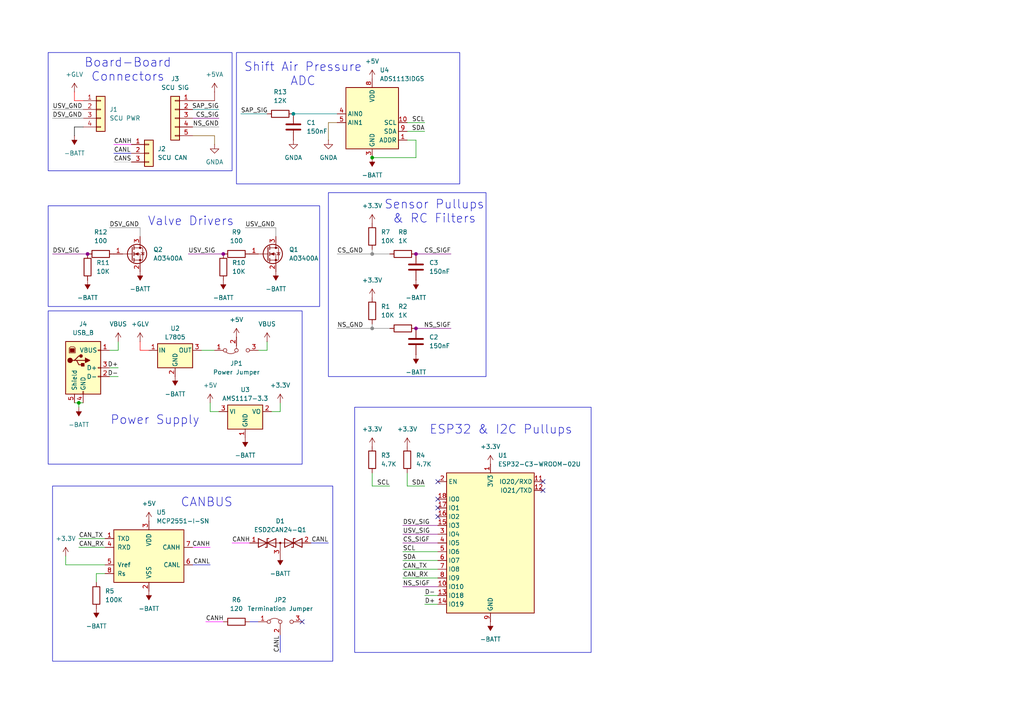
<source format=kicad_sch>
(kicad_sch (version 20231120) (generator "eeschema") (generator_version "8.0")
  (paper "A4")
  (title_block (title "Shift Control Unit") (date "2024-11-20") (rev "A") (company "Gryphon Racing"))
  (lib_symbols
    (symbol "Analog_ADC:ADS1113IDGS"
      (property "Reference" "U" (at 2.54 13.97 0))
      (property "Value" "ADS1113IDGS" (at 7.62 11.43 0))
      (symbol "ADS1113IDGS_0_1"
        (rectangle (start -7.62 10.16) (end 7.62 -7.62) (stroke (width 0.254)) (fill (type background)))
      )
      (symbol "ADS1113IDGS_1_1"
        (pin input line (at 10.16 -5.08 180) (length 2.54) (name "ADDR") (number "1"))
        (pin input line (at 10.16 0 180) (length 2.54) (name "SCL") (number "10"))
        (pin no_connect line (at 7.62 7.62 180) (length 2.54) hide (name "~") (number "2"))
        (pin power_in line (at 0 -10.16 90) (length 2.54) (name "GND") (number "3"))
        (pin input line (at -10.16 2.54 0) (length 2.54) (name "AIN0") (number "4"))
        (pin input line (at -10.16 0 0) (length 2.54) (name "AIN1") (number "5"))
        (pin no_connect line (at 7.62 5.08 180) (length 2.54) hide (name "~") (number "6"))
        (pin no_connect line (at 7.62 2.54 180) (length 2.54) hide (name "~") (number "7"))
        (pin power_in line (at 0 12.7 270) (length 2.54) (name "VDD") (number "8"))
        (pin bidirectional line (at 10.16 -2.54 180) (length 2.54) (name "SDA") (number "9"))
      )
    )
    (symbol "Connector:USB_B" (pin_names (offset 1.016))
      (property "Reference" "J" (at -5.08 11.43 0))
      (property "Value" "USB_B" (at -5.08 8.89 0))
      (symbol "USB_B_0_1"
        (rectangle (start -5.08 -7.62) (end 5.08 7.62) (stroke (width 0.254)) (fill (type background)))
        (circle (center -3.81 2.159) (radius 0.635) (stroke (width 0.254)) (fill (type outline)))
        (rectangle (start -3.81 5.588) (end -2.54 4.572) (fill (type outline)))
        (circle (center -0.635 3.429) (radius 0.381) (stroke (width 0.254)) (fill (type outline)))
        (rectangle (start -0.127 -7.62) (end 0.127 -6.858))
        (polyline (pts (xy -1.905 2.159) (xy 0.635 2.159)) (stroke (width 0.254)))
        (polyline (pts (xy -3.175 2.159) (xy -2.54 2.159) (xy -1.27 3.429) (xy -0.635 3.429)) (stroke (width 0.254)))
        (polyline (pts (xy -2.54 2.159) (xy -1.905 2.159) (xy -1.27 0.889) (xy 0 0.889)) (stroke (width 0.254)))
        (polyline (pts (xy 0.635 2.794) (xy 0.635 1.524) (xy 1.905 2.159) (xy 0.635 2.794)) (stroke (width 0.254)) (fill (type outline)))
        (polyline (pts (xy -4.064 4.318) (xy -2.286 4.318) (xy -2.286 5.715) (xy -2.667 6.096) (xy -3.683 6.096) (xy -4.064 5.715) (xy -4.064 4.318)))
        (rectangle (start 0.254 1.27) (end -0.508 0.508) (stroke (width 0.254)) (fill (type outline)))
        (rectangle (start 5.08 -2.667) (end 4.318 -2.413))
        (rectangle (start 5.08 -0.127) (end 4.318 0.127))
        (rectangle (start 5.08 4.953) (end 4.318 5.207))
      )
      (symbol "USB_B_1_1"
        (pin power_out line (at 7.62 5.08 180) (length 2.54) (name "VBUS") (number "1"))
        (pin bidirectional line (at 7.62 -2.54 180) (length 2.54) (name "D-") (number "2"))
        (pin bidirectional line (at 7.62 0 180) (length 2.54) (name "D+") (number "3"))
        (pin power_out line (at 0 -10.16 90) (length 2.54) (name "GND") (number "4"))
        (pin passive line (at -2.54 -10.16 90) (length 2.54) (name "Shield") (number "5"))
      )
    )
    (symbol "Connector_Generic:Conn_01x03" (pin_names (offset 1.016) hide)
      (property "Reference" "J" (at 0 5.08 0))
      (property "Value" "Conn_01x03" (at 0 -5.08 0))
      (symbol "Conn_01x03_1_1"
        (rectangle (start -1.27 -2.413) (end 0 -2.667) (stroke (width 0.1524)))
        (rectangle (start -1.27 0.127) (end 0 -0.127) (stroke (width 0.1524)))
        (rectangle (start -1.27 2.667) (end 0 2.413) (stroke (width 0.1524)))
        (rectangle (start -1.27 3.81) (end 1.27 -3.81) (stroke (width 0.254)) (fill (type background)))
        (pin passive line (at -5.08 2.54 0) (length 3.81) (name "Pin_1") (number "1"))
        (pin passive line (at -5.08 0 0) (length 3.81) (name "Pin_2") (number "2"))
        (pin passive line (at -5.08 -2.54 0) (length 3.81) (name "Pin_3") (number "3"))
      )
    )
    (symbol "Connector_Generic:Conn_01x04" (pin_names (offset 1.016) hide)
      (property "Reference" "J" (at 0 5.08 0))
      (property "Value" "Conn_01x04" (at 0 -7.62 0))
      (symbol "Conn_01x04_1_1"
        (rectangle (start -1.27 -4.953) (end 0 -5.207) (stroke (width 0.1524)))
        (rectangle (start -1.27 -2.413) (end 0 -2.667) (stroke (width 0.1524)))
        (rectangle (start -1.27 0.127) (end 0 -0.127) (stroke (width 0.1524)))
        (rectangle (start -1.27 2.667) (end 0 2.413) (stroke (width 0.1524)))
        (rectangle (start -1.27 3.81) (end 1.27 -6.35) (stroke (width 0.254)) (fill (type background)))
        (pin passive line (at -5.08 2.54 0) (length 3.81) (name "Pin_1") (number "1"))
        (pin passive line (at -5.08 0 0) (length 3.81) (name "Pin_2") (number "2"))
        (pin passive line (at -5.08 -2.54 0) (length 3.81) (name "Pin_3") (number "3"))
        (pin passive line (at -5.08 -5.08 0) (length 3.81) (name "Pin_4") (number "4"))
      )
    )
    (symbol "Connector_Generic:Conn_01x05" (pin_names (offset 1.016) hide)
      (property "Reference" "J" (at 0 7.62 0))
      (property "Value" "Conn_01x05" (at 0 -7.62 0))
      (symbol "Conn_01x05_1_1"
        (rectangle (start -1.27 -4.953) (end 0 -5.207) (stroke (width 0.1524)))
        (rectangle (start -1.27 -2.413) (end 0 -2.667) (stroke (width 0.1524)))
        (rectangle (start -1.27 0.127) (end 0 -0.127) (stroke (width 0.1524)))
        (rectangle (start -1.27 2.667) (end 0 2.413) (stroke (width 0.1524)))
        (rectangle (start -1.27 5.207) (end 0 4.953) (stroke (width 0.1524)))
        (rectangle (start -1.27 6.35) (end 1.27 -6.35) (stroke (width 0.254)) (fill (type background)))
        (pin passive line (at -5.08 5.08 0) (length 3.81) (name "Pin_1") (number "1"))
        (pin passive line (at -5.08 2.54 0) (length 3.81) (name "Pin_2") (number "2"))
        (pin passive line (at -5.08 0 0) (length 3.81) (name "Pin_3") (number "3"))
        (pin passive line (at -5.08 -2.54 0) (length 3.81) (name "Pin_4") (number "4"))
        (pin passive line (at -5.08 -5.08 0) (length 3.81) (name "Pin_5") (number "5"))
      )
    )
    (symbol "Device:C" (pin_numbers hide) (pin_names (offset 0.254))
      (property "Reference" "C" (at 0.635 2.54 0))
      (property "Value" "C" (at 0.635 -2.54 0))
      (symbol "C_0_1"
        (polyline (pts (xy -2.032 -0.762) (xy 2.032 -0.762)) (stroke (width 0.508)))
        (polyline (pts (xy -2.032 0.762) (xy 2.032 0.762)) (stroke (width 0.508)))
      )
      (symbol "C_1_1"
        (pin passive line (at 0 3.81 270) (length 2.794) (name "~") (number "1"))
        (pin passive line (at 0 -3.81 90) (length 2.794) (name "~") (number "2"))
      )
    )
    (symbol "Device:D_TVS_Dual_AAC" (pin_names (offset 1.016) hide)
      (property "Reference" "D" (at 0 4.445 0))
      (property "Value" "D_TVS_Dual_AAC" (at 0 2.54 0))
      (symbol "D_TVS_Dual_AAC_0_0"
        (polyline (pts (xy 0 -1.27) (xy 0 0)))
      )
      (symbol "D_TVS_Dual_AAC_0_1"
        (polyline (pts (xy -6.35 0) (xy 6.35 0)))
        (polyline (pts (xy -3.302 1.27) (xy -3.81 1.27) (xy -3.81 -1.27) (xy -4.318 -1.27)) (stroke (width 0.254)))
        (polyline (pts (xy 4.318 1.27) (xy 3.81 1.27) (xy 3.81 -1.27) (xy 3.302 -1.27)) (stroke (width 0.254)))
        (polyline (pts (xy -6.35 1.27) (xy -1.27 -1.27) (xy -1.27 1.27) (xy -6.35 -1.27) (xy -6.35 1.27)) (stroke (width 0.254)))
        (polyline (pts (xy 6.35 1.27) (xy 1.27 -1.27) (xy 1.27 1.27) (xy 6.35 -1.27) (xy 6.35 1.27)) (stroke (width 0.254)))
        (circle (center 0 0) (radius 0.254) (fill (type outline)))
      )
      (symbol "D_TVS_Dual_AAC_1_1"
        (pin passive line (at -8.89 0 0) (length 2.54) (name "A1") (number "1"))
        (pin passive line (at 8.89 0 180) (length 2.54) (name "A2") (number "2"))
        (pin passive line (at 0 -3.81 90) (length 2.54) (name "common") (number "3"))
      )
    )
    (symbol "Device:R" (pin_numbers hide) (pin_names (offset 0))
      (property "Reference" "R" (at 2.032 0 90))
      (property "Value" "R" (at 0 0 90))
      (symbol "R_0_1"
        (rectangle (start -1.016 -2.54) (end 1.016 2.54) (stroke (width 0.254)))
      )
      (symbol "R_1_1"
        (pin passive line (at 0 3.81 270) (length 1.27) (name "~") (number "1"))
        (pin passive line (at 0 -3.81 90) (length 1.27) (name "~") (number "2"))
      )
    )
    (symbol "Interface_CAN_LIN:MCP2551-I-SN" (pin_names (offset 1.016))
      (property "Reference" "U" (at -10.16 8.89 0))
      (property "Value" "MCP2551-I-SN" (at 2.54 8.89 0))
      (symbol "MCP2551-I-SN_0_1"
        (rectangle (start -10.16 7.62) (end 10.16 -7.62) (stroke (width 0.254)) (fill (type background)))
      )
      (symbol "MCP2551-I-SN_1_1"
        (pin input line (at -12.7 5.08 0) (length 2.54) (name "TXD") (number "1"))
        (pin power_in line (at 0 -10.16 90) (length 2.54) (name "VSS") (number "2"))
        (pin power_in line (at 0 10.16 270) (length 2.54) (name "VDD") (number "3"))
        (pin output line (at -12.7 2.54 0) (length 2.54) (name "RXD") (number "4"))
        (pin power_out line (at -12.7 -2.54 0) (length 2.54) (name "Vref") (number "5"))
        (pin bidirectional line (at 12.7 -2.54 180) (length 2.54) (name "CANL") (number "6"))
        (pin bidirectional line (at 12.7 2.54 180) (length 2.54) (name "CANH") (number "7"))
        (pin input line (at -12.7 -5.08 0) (length 2.54) (name "Rs") (number "8"))
      )
    )
    (symbol "Jumper:Jumper_3_Bridged12" (pin_names (offset 0) hide) (exclude_from_sim yes) (in_bom no)
      (property "Reference" "JP" (at -2.54 -2.54 0))
      (property "Value" "Jumper_3_Bridged12" (at 0 2.794 0))
      (symbol "Jumper_3_Bridged12_0_0"
        (circle (center -3.302 0) (radius 0.508))
        (circle (center 0 0) (radius 0.508))
        (circle (center 3.302 0) (radius 0.508))
      )
      (symbol "Jumper_3_Bridged12_0_1"
        (arc (start -0.254 0.508) (mid -1.651 0.9912) (end -3.048 0.508))
        (polyline (pts (xy 0 -1.27) (xy 0 -0.508)))
      )
      (symbol "Jumper_3_Bridged12_1_1"
        (pin passive line (at -6.35 0 0) (length 2.54) (name "A") (number "1"))
        (pin passive line (at 0 -3.81 90) (length 2.54) (name "C") (number "2"))
        (pin passive line (at 6.35 0 180) (length 2.54) (name "B") (number "3"))
      )
    )
    (symbol "RF_Module:ESP32-C3-WROOM-02U"
      (property "Reference" "U" (at -12.192 21.336 0))
      (property "Value" "ESP32-C3-WROOM-02U" (at 12.7 21.336 0))
      (symbol "ESP32-C3-WROOM-02U_1_1"
        (rectangle (start -12.7 20.32) (end 12.7 -20.32) (stroke (width 0.254)) (fill (type background)))
        (pin power_in line (at 0 22.86 270) (length 2.54) (name "3V3") (number "1"))
        (pin bidirectional line (at -15.24 -12.7 0) (length 2.54) (name "IO10") (number "10"))
        (pin bidirectional line (at 15.24 17.78 180) (length 2.54) (name "IO20/RXD") (number "11"))
        (pin bidirectional line (at 15.24 15.24 180) (length 2.54) (name "IO21/TXD") (number "12"))
        (pin bidirectional line (at -15.24 -15.24 0) (length 2.54) (name "IO18") (number "13"))
        (pin bidirectional line (at -15.24 -17.78 0) (length 2.54) (name "IO19") (number "14"))
        (pin bidirectional line (at -15.24 5.08 0) (length 2.54) (name "IO3") (number "15"))
        (pin bidirectional line (at -15.24 7.62 0) (length 2.54) (name "IO2") (number "16"))
        (pin bidirectional line (at -15.24 10.16 0) (length 2.54) (name "IO1") (number "17"))
        (pin bidirectional line (at -15.24 12.7 0) (length 2.54) (name "IO0") (number "18"))
        (pin passive line (at 0 -22.86 90) (length 2.54) hide (name "GND") (number "19"))
        (pin input line (at -15.24 17.78 0) (length 2.54) (name "EN") (number "2"))
        (pin bidirectional line (at -15.24 2.54 0) (length 2.54) (name "IO4") (number "3"))
        (pin bidirectional line (at -15.24 0 0) (length 2.54) (name "IO5") (number "4"))
        (pin bidirectional line (at -15.24 -2.54 0) (length 2.54) (name "IO6") (number "5"))
        (pin bidirectional line (at -15.24 -5.08 0) (length 2.54) (name "IO7") (number "6"))
        (pin bidirectional line (at -15.24 -7.62 0) (length 2.54) (name "IO8") (number "7"))
        (pin bidirectional line (at -15.24 -10.16 0) (length 2.54) (name "IO9") (number "8"))
        (pin power_in line (at 0 -22.86 90) (length 2.54) (name "GND") (number "9"))
      )
    )
    (symbol "Regulator_Linear:AMS1117-3.3"
      (property "Reference" "U" (at -3.81 3.175 0))
      (property "Value" "AMS1117-3.3" (at 0 3.175 0))
      (symbol "AMS1117-3.3_0_1"
        (rectangle (start -5.08 -5.08) (end 5.08 1.905) (stroke (width 0.254)) (fill (type background)))
      )
      (symbol "AMS1117-3.3_1_1"
        (pin power_in line (at 0 -7.62 90) (length 2.54) (name "GND") (number "1"))
        (pin power_out line (at 7.62 0 180) (length 2.54) (name "VO") (number "2"))
        (pin power_in line (at -7.62 0 0) (length 2.54) (name "VI") (number "3"))
      )
    )
    (symbol "Regulator_Linear:L7805" (pin_names (offset 0.254))
      (property "Reference" "U" (at -3.81 3.175 0))
      (property "Value" "L7805" (at 0 3.175 0))
      (symbol "L7805_0_1"
        (rectangle (start -5.08 1.905) (end 5.08 -5.08) (stroke (width 0.254)) (fill (type background)))
      )
      (symbol "L7805_1_1"
        (pin power_in line (at -7.62 0 0) (length 2.54) (name "IN") (number "1"))
        (pin power_in line (at 0 -7.62 90) (length 2.54) (name "GND") (number "2"))
        (pin power_out line (at 7.62 0 180) (length 2.54) (name "OUT") (number "3"))
      )
    )
    (symbol "Transistor_FET:AO3400A" (pin_names hide)
      (property "Reference" "Q" (at 5.08 1.905 0))
      (property "Value" "AO3400A" (at 5.08 0 0))
      (symbol "AO3400A_0_1"
        (polyline (pts (xy 0.254 0) (xy -2.54 0)))
        (polyline (pts (xy 0.254 1.905) (xy 0.254 -1.905)) (stroke (width 0.254)))
        (polyline (pts (xy 0.762 -1.27) (xy 0.762 -2.286)) (stroke (width 0.254)))
        (polyline (pts (xy 0.762 0.508) (xy 0.762 -0.508)) (stroke (width 0.254)))
        (polyline (pts (xy 0.762 2.286) (xy 0.762 1.27)) (stroke (width 0.254)))
        (polyline (pts (xy 2.54 2.54) (xy 2.54 1.778)))
        (polyline (pts (xy 2.54 -2.54) (xy 2.54 0) (xy 0.762 0)))
        (polyline (pts (xy 0.762 -1.778) (xy 3.302 -1.778) (xy 3.302 1.778) (xy 0.762 1.778)))
        (polyline (pts (xy 1.016 0) (xy 2.032 0.381) (xy 2.032 -0.381) (xy 1.016 0)) (fill (type outline)))
        (polyline (pts (xy 2.794 0.508) (xy 2.921 0.381) (xy 3.683 0.381) (xy 3.81 0.254)))
        (polyline (pts (xy 3.302 0.381) (xy 2.921 -0.254) (xy 3.683 -0.254) (xy 3.302 0.381)))
        (circle (center 1.651 0) (radius 2.794) (stroke (width 0.254)))
        (circle (center 2.54 -1.778) (radius 0.254) (fill (type outline)))
        (circle (center 2.54 1.778) (radius 0.254) (fill (type outline)))
      )
      (symbol "AO3400A_1_1"
        (pin input line (at -5.08 0 0) (length 2.54) (name "G") (number "1"))
        (pin passive line (at 2.54 -5.08 90) (length 2.54) (name "S") (number "2"))
        (pin passive line (at 2.54 5.08 270) (length 2.54) (name "D") (number "3"))
      )
    )
    (symbol "power:+3.3V" (power) (pin_numbers hide) (pin_names (offset 0) hide)
      (property "Value" "+3.3V" (at 0 3.556 0))
      (symbol "+3.3V_0_1"
        (polyline (pts (xy -0.762 1.27) (xy 0 2.54)))
        (polyline (pts (xy 0 0) (xy 0 2.54)))
        (polyline (pts (xy 0 2.54) (xy 0.762 1.27)))
      )
      (symbol "+3.3V_1_1"
        (pin power_in line (at 0 0 90) (length 0) (name "~") (number "1"))
      )
    )
    (symbol "power:+5V" (power) (pin_numbers hide) (pin_names (offset 0) hide)
      (property "Value" "+5V" (at 0 3.556 0))
      (symbol "+5V_0_1"
        (polyline (pts (xy -0.762 1.27) (xy 0 2.54)))
        (polyline (pts (xy 0 0) (xy 0 2.54)))
        (polyline (pts (xy 0 2.54) (xy 0.762 1.27)))
      )
      (symbol "+5V_1_1"
        (pin power_in line (at 0 0 90) (length 0) (name "~") (number "1"))
      )
    )
    (symbol "power:+5VA" (power) (pin_numbers hide) (pin_names (offset 0) hide)
      (property "Value" "+5VA" (at 0 3.556 0))
      (symbol "+5VA_0_1"
        (polyline (pts (xy -0.762 1.27) (xy 0 2.54)))
        (polyline (pts (xy 0 0) (xy 0 2.54)))
        (polyline (pts (xy 0 2.54) (xy 0.762 1.27)))
      )
      (symbol "+5VA_1_1"
        (pin power_in line (at 0 0 90) (length 0) (name "~") (number "1"))
      )
    )
    (symbol "power:+VSW" (power) (pin_numbers hide) (pin_names (offset 0) hide)
      (property "Value" "+VSW" (at 0 3.556 0))
      (symbol "+VSW_0_1"
        (polyline (pts (xy -0.762 1.27) (xy 0 2.54)))
        (polyline (pts (xy 0 0) (xy 0 2.54)))
        (polyline (pts (xy 0 2.54) (xy 0.762 1.27)))
      )
      (symbol "+VSW_1_1"
        (pin power_in line (at 0 0 90) (length 0) (name "~") (number "1"))
      )
    )
    (symbol "power:-BATT" (power) (pin_numbers hide) (pin_names (offset 0) hide)
      (property "Value" "-BATT" (at 0 3.556 0))
      (symbol "-BATT_0_1"
        (polyline (pts (xy 0 0) (xy 0 2.54)))
        (polyline (pts (xy 0.762 1.27) (xy -0.762 1.27) (xy 0 2.54) (xy 0.762 1.27)) (fill (type outline)))
      )
      (symbol "-BATT_1_1"
        (pin power_in line (at 0 0 90) (length 0) (name "~") (number "1"))
      )
    )
    (symbol "power:GNDA" (power) (pin_numbers hide) (pin_names (offset 0) hide)
      (property "Value" "GNDA" (at 0 -3.81 0))
      (symbol "GNDA_0_1"
        (polyline (pts (xy 0 0) (xy 0 -1.27) (xy 1.27 -1.27) (xy 0 -2.54) (xy -1.27 -1.27) (xy 0 -1.27)))
      )
      (symbol "GNDA_1_1"
        (pin power_in line (at 0 0 270) (length 0) (name "~") (number "1"))
      )
    )
    (symbol "power:VBUS" (power) (pin_numbers hide) (pin_names (offset 0) hide)
      (property "Value" "VBUS" (at 0 3.556 0))
      (symbol "VBUS_0_1"
        (polyline (pts (xy -0.762 1.27) (xy 0 2.54)))
        (polyline (pts (xy 0 0) (xy 0 2.54)))
        (polyline (pts (xy 0 2.54) (xy 0.762 1.27)))
      )
      (symbol "VBUS_1_1"
        (pin power_in line (at 0 0 90) (length 0) (name "~") (number "1"))
      )
    )
  )
  (junction (at 107.95 73.66) (color 132 132 132 1))
  (junction (at 85.09 33.02) (color 0 132 132 1))
  (junction (at 107.95 95.25) (color 132 132 132 1))
  (junction (at 107.95 45.72))
  (junction (at 64.77 73.66) (color 132 0 132 1))
  (junction (at 120.65 73.66) (color 132 0 132 1))
  (junction (at 25.4 73.66) (color 132 0 132 1))
  (junction (at 120.65 95.25) (color 132 0 132 1))
  (junction (at 22.86 116.84))
  (no_connect (at 157.48 142.24))
  (no_connect (at 157.48 139.7))
  (no_connect (at 127 147.32))
  (no_connect (at 87.63 180.34))
  (no_connect (at 127 144.78))
  (no_connect (at 127 139.7))
  (no_connect (at 127 149.86))
  (wire (pts (xy 116.84 160.02) (xy 127 160.02)))
  (wire (pts (xy 127 170.18) (xy 116.84 170.18)) (stroke (width 0) (color 132 0 132 1)))
  (wire (pts (xy 34.29 101.6) (xy 34.29 99.06)))
  (wire (pts (xy 107.95 45.72) (xy 120.65 45.72)))
  (wire (pts (xy 120.65 95.25) (xy 130.81 95.25)) (stroke (width 0) (color 132 0 132 1)))
  (wire (pts (xy 118.11 38.1) (xy 123.19 38.1)))
  (wire (pts (xy 77.47 101.6) (xy 77.47 99.06)))
  (wire (pts (xy 19.05 161.29) (xy 19.05 163.83)))
  (wire (pts (xy 113.03 140.97) (xy 107.95 140.97)))
  (wire (pts (xy 21.59 29.21) (xy 21.59 26.67)) (stroke (width 0) (color 255 0 0 1)))
  (wire (pts (xy 97.79 73.66) (xy 107.95 73.66)) (stroke (width 0) (color 132 132 132 1)))
  (wire (pts (xy 78.74 119.38) (xy 81.28 119.38)))
  (wire (pts (xy 22.86 158.75) (xy 30.48 158.75)))
  (wire (pts (xy 15.24 34.29) (xy 24.13 34.29)) (stroke (width 0) (color 132 132 132 1)))
  (wire (pts (xy 85.09 33.02) (xy 97.79 33.02)) (stroke (width 0) (color 0 132 132 1)))
  (wire (pts (xy 55.88 34.29) (xy 63.5 34.29)) (stroke (width 0) (color 132 0 132 1)))
  (wire (pts (xy 21.59 29.21) (xy 24.13 29.21)) (stroke (width 0) (color 255 0 0 1)))
  (wire (pts (xy 95.25 35.56) (xy 97.79 35.56)) (stroke (width 0) (color 128 77 0 1)))
  (wire (pts (xy 38.1 41.91) (xy 33.02 41.91)) (stroke (width 0) (color 255 0 255 1)))
  (wire (pts (xy 107.95 95.25) (xy 113.03 95.25)) (stroke (width 0) (color 132 132 132 1)))
  (wire (pts (xy 55.88 36.83) (xy 63.5 36.83)) (stroke (width 0) (color 132 132 132 1)))
  (wire (pts (xy 21.59 36.83) (xy 24.13 36.83)) (stroke (width 0) (color 0 0 0 1)))
  (wire (pts (xy 21.59 116.84) (xy 22.86 116.84)))
  (wire (pts (xy 81.28 184.15) (xy 81.28 189.23)) (stroke (width 0) (color 0 0 194 1)))
  (wire (pts (xy 22.86 116.84) (xy 22.86 118.11)))
  (wire (pts (xy 64.77 180.34) (xy 59.69 180.34)) (stroke (width 0) (color 255 0 255 1)))
  (wire (pts (xy 116.84 154.94) (xy 127 154.94)) (stroke (width 0) (color 132 0 132 1)))
  (wire (pts (xy 97.79 95.25) (xy 107.95 95.25)) (stroke (width 0) (color 132 132 132 1)))
  (wire (pts (xy 95.25 40.64) (xy 95.25 35.56)) (stroke (width 0) (color 128 77 0 1)))
  (wire (pts (xy 72.39 180.34) (xy 74.93 180.34)) (stroke (width 0) (color 0 0 194 1)))
  (wire (pts (xy 74.93 101.6) (xy 77.47 101.6)))
  (wire (pts (xy 116.84 165.1) (xy 127 165.1)))
  (wire (pts (xy 90.17 157.48) (xy 95.25 157.48)) (stroke (width 0) (color 0 0 194 1)))
  (wire (pts (xy 55.88 29.21) (xy 62.23 29.21)) (stroke (width 0) (color 132 0 0 1)))
  (wire (pts (xy 55.88 163.83) (xy 60.96 163.83)) (stroke (width 0) (color 0 0 194 1)))
  (wire (pts (xy 19.05 163.83) (xy 30.48 163.83)))
  (wire (pts (xy 120.65 73.66) (xy 130.81 73.66)) (stroke (width 0) (color 132 0 132 1)))
  (wire (pts (xy 127 157.48) (xy 116.84 157.48)) (stroke (width 0) (color 132 0 132 1)))
  (wire (pts (xy 123.19 175.26) (xy 127 175.26)))
  (wire (pts (xy 22.86 156.21) (xy 30.48 156.21)))
  (wire (pts (xy 27.94 168.91) (xy 27.94 166.37)))
  (wire (pts (xy 123.19 172.72) (xy 127 172.72)))
  (wire (pts (xy 107.95 140.97) (xy 107.95 137.16)))
  (wire (pts (xy 116.84 152.4) (xy 127 152.4)) (stroke (width 0) (color 132 0 132 1)))
  (wire (pts (xy 34.29 106.68) (xy 31.75 106.68)))
  (wire (pts (xy 107.95 73.66) (xy 107.95 72.39)) (stroke (width 0) (color 132 132 132 1)))
  (wire (pts (xy 15.24 31.75) (xy 24.13 31.75)) (stroke (width 0) (color 132 132 132 1)))
  (wire (pts (xy 40.64 66.04) (xy 40.64 68.58)) (stroke (width 0) (color 132 132 132 1)))
  (wire (pts (xy 31.75 101.6) (xy 34.29 101.6)))
  (wire (pts (xy 22.86 116.84) (xy 24.13 116.84)))
  (wire (pts (xy 118.11 140.97) (xy 118.11 137.16)))
  (wire (pts (xy 60.96 116.84) (xy 60.96 119.38)))
  (wire (pts (xy 116.84 162.56) (xy 127 162.56)))
  (wire (pts (xy 120.65 45.72) (xy 120.65 40.64)))
  (wire (pts (xy 63.5 31.75) (xy 55.88 31.75)) (stroke (width 0) (color 0 132 132 1)))
  (wire (pts (xy 71.12 66.04) (xy 80.01 66.04)) (stroke (width 0) (color 132 132 132 1)))
  (wire (pts (xy 62.23 29.21) (xy 62.23 26.67)) (stroke (width 0) (color 132 0 0 1)))
  (wire (pts (xy 58.42 101.6) (xy 62.23 101.6)))
  (wire (pts (xy 34.29 109.22) (xy 31.75 109.22)))
  (wire (pts (xy 38.1 46.99) (xy 33.02 46.99)) (stroke (width 0) (color 194 194 194 1)))
  (wire (pts (xy 72.39 157.48) (xy 67.31 157.48)) (stroke (width 0) (color 255 0 255 1)))
  (wire (pts (xy 55.88 158.75) (xy 60.96 158.75)) (stroke (width 0) (color 255 0 255 1)))
  (wire (pts (xy 31.75 66.04) (xy 40.64 66.04)) (stroke (width 0) (color 132 132 132 1)))
  (wire (pts (xy 60.96 119.38) (xy 63.5 119.38)))
  (wire (pts (xy 54.61 73.66) (xy 64.77 73.66)) (stroke (width 0) (color 132 0 132 1)))
  (wire (pts (xy 40.64 101.6) (xy 40.64 99.06)) (stroke (width 0) (color 255 0 0 1)))
  (wire (pts (xy 116.84 167.64) (xy 127 167.64)))
  (wire (pts (xy 15.24 73.66) (xy 25.4 73.66)) (stroke (width 0) (color 132 0 132 1)))
  (wire (pts (xy 107.95 95.25) (xy 107.95 93.98)) (stroke (width 0) (color 132 132 132 1)))
  (wire (pts (xy 107.95 73.66) (xy 113.03 73.66)) (stroke (width 0) (color 132 132 132 1)))
  (wire (pts (xy 123.19 35.56) (xy 118.11 35.56)))
  (wire (pts (xy 40.64 101.6) (xy 43.18 101.6)) (stroke (width 0) (color 255 0 0 1)))
  (wire (pts (xy 62.23 41.91) (xy 62.23 39.37)) (stroke (width 0) (color 128 77 0 1)))
  (wire (pts (xy 120.65 40.64) (xy 118.11 40.64)))
  (wire (pts (xy 69.85 33.02) (xy 77.47 33.02)) (stroke (width 0) (color 0 132 132 1)))
  (wire (pts (xy 38.1 44.45) (xy 33.02 44.45)) (stroke (width 0) (color 0 0 194 1)))
  (wire (pts (xy 81.28 119.38) (xy 81.28 116.84)))
  (wire (pts (xy 21.59 39.37) (xy 21.59 36.83)) (stroke (width 0) (color 0 0 0 1)))
  (wire (pts (xy 27.94 166.37) (xy 30.48 166.37)))
  (wire (pts (xy 55.88 39.37) (xy 62.23 39.37)) (stroke (width 0) (color 128 77 0 1)))
  (wire (pts (xy 80.01 66.04) (xy 80.01 68.58)) (stroke (width 0) (color 132 132 132 1)))
  (wire (pts (xy 118.11 140.97) (xy 123.19 140.97)))
  (rectangle (start 95.25 55.88) (end 140.97 109.22))
  (rectangle (start 102.87 118.11) (end 171.45 189.23))
  (rectangle (start 13.97 59.69) (end 92.71 88.9))
  (rectangle (start 13.97 15.24) (end 67.31 49.53))
  (rectangle (start 13.97 90.17) (end 87.63 134.62))
  (rectangle (start 15.24 140.97) (end 96.52 191.77))
  (rectangle (start 68.58 15.24) (end 133.35 53.34))
  (text "Board-Board\nConnectors" (at 37.084 20.32 0) (effects (font (size 2.54 2.54))))
  (text "Shift Air Pressure\nADC" (at 87.884 21.59 0) (effects (font (size 2.54 2.54))))
  (text "Sensor Pullups\n& RC Filters" (at 125.984 61.468 0) (effects (font (size 2.54 2.54))))
  (text "Power Supply" (at 44.958 121.92 0) (effects (font (size 2.54 2.54))))
  (text "CANBUS" (at 59.944 145.796 0) (effects (font (size 2.54 2.54))))
  (text "ESP32 & I2C Pullups" (at 145.288 124.714 0) (effects (font (size 2.54 2.54))))
  (text "Valve Drivers" (at 55.372 64.262 0) (effects (font (size 2.54 2.54))))
  (label "CANH" (at 59.69 180.34 0))
  (label "USV_GND" (at 15.24 31.75 0))
  (label "CS_SIGF" (at 130.81 73.66 180))
  (label "NS_GND" (at 63.5 36.83 180))
  (label "CS_SIG" (at 63.5 34.29 180))
  (label "SDA" (at 123.19 140.97 180))
  (label "DSV_GND" (at 15.24 34.29 0))
  (label "CANS" (at 33.02 46.99 0))
  (label "CANL" (at 95.25 157.48 180))
  (label "SCL" (at 123.19 35.56 180))
  (label "CAN_RX" (at 116.84 167.64 0))
  (label "SAP_SIG" (at 69.85 33.02 0))
  (label "USV_SIG" (at 116.84 154.94 0))
  (label "DSV_GND" (at 31.75 66.04 0))
  (label "D+" (at 34.29 106.68 180))
  (label "CS_SIGF" (at 116.84 157.48 0))
  (label "CAN_TX" (at 116.84 165.1 0))
  (label "SAP_SIG" (at 63.5 31.75 180))
  (label "CANL" (at 60.96 163.83 180))
  (label "NS_SIGF" (at 130.81 95.25 180))
  (label "D-" (at 123.19 172.72 0))
  (label "D+" (at 123.19 175.26 0))
  (label "SCL" (at 116.84 160.02 0))
  (label "SDA" (at 116.84 162.56 0))
  (label "NS_SIGF" (at 116.84 170.18 0))
  (label "CANL" (at 81.28 189.23 90))
  (label "NS_GND" (at 97.79 95.25 0))
  (label "CAN_RX" (at 22.86 158.75 0))
  (label "SDA" (at 123.19 38.1 180))
  (label "CANH" (at 33.02 41.91 0))
  (label "CANL" (at 33.02 44.45 0))
  (label "USV_SIG" (at 54.61 73.66 0))
  (label "SCL" (at 113.03 140.97 180))
  (label "CS_GND" (at 97.79 73.66 0))
  (label "D-" (at 34.29 109.22 180))
  (label "CANH" (at 60.96 158.75 180))
  (label "CANH" (at 67.31 157.48 0))
  (label "DSV_SIG" (at 15.24 73.66 0))
  (label "USV_GND" (at 71.12 66.04 0))
  (label "CAN_TX" (at 22.86 156.21 0))
  (label "DSV_SIG" (at 116.84 152.4 0))
  (symbol (lib_id "Jumper:Jumper_3_Bridged12") (at 68.58 101.6 0) (mirror x) (unit 1) (exclude_from_sim yes) (in_bom no)
    (property "Reference" "JP1" (at 68.58 105.41 0))
    (property "Value" "Power Jumper" (at 68.58 107.95 0))
    (property "Footprint" "Connector_PinHeader_2.54mm:PinHeader_1x03_P2.54mm_Vertical" (effects (hide yes)))
    (property "Description" "Jumper, 3-pole, pins 1+2 closed/bridged" (effects (hide yes)))
  )
  (symbol (lib_id "power:-BATT") (at 50.8 109.22 0) (mirror x) (unit 1)
    (property "Reference" "#PWR08" (effects (hide yes)))
    (property "Value" "-BATT" (at 50.8 114.3 0))
    (property "Description" "Power symbol creates a global label with name \"-BATT\"" (effects (hide yes)))
  )
  (symbol (lib_id "power:GNDA") (at 85.09 40.64 0) (unit 1)
    (property "Reference" "#PWR032" (effects (hide yes)))
    (property "Value" "GNDA" (at 85.09 45.72 0))
    (property "Description" "Power symbol creates a global label with name \"GNDA\" , analog ground" (effects (hide yes)))
  )
  (symbol (lib_id "power:-BATT") (at 43.18 171.45 0) (mirror x) (unit 1)
    (property "Reference" "#PWR025" (effects (hide yes)))
    (property "Value" "-BATT" (at 43.18 176.53 0))
    (property "Description" "Power symbol creates a global label with name \"-BATT\"" (effects (hide yes)))
  )
  (symbol (lib_id "Device:R") (at 118.11 133.35 0) (unit 1)
    (property "Reference" "R4" (at 120.65 132.0799 0) (effects (justify left)))
    (property "Value" "4.7K" (at 120.65 134.6199 0) (effects (justify left)))
    (property "Footprint" "Resistor_SMD:R_0603_1608Metric" (effects (hide yes)))
    (property "Description" "Resistor" (effects (hide yes)))
  )
  (symbol (lib_id "Device:R") (at 116.84 73.66 270) (unit 1)
    (property "Reference" "R8" (at 116.84 67.31 90))
    (property "Value" "1K" (at 116.84 69.85 90))
    (property "Footprint" "Resistor_SMD:R_0603_1608Metric" (effects (hide yes)))
    (property "Description" "Resistor" (effects (hide yes)))
  )
  (symbol (lib_id "Transistor_FET:AO3400A") (at 38.1 73.66 0) (unit 1)
    (property "Reference" "Q2" (at 44.45 72.3899 0) (effects (justify left)))
    (property "Value" "AO3400A" (at 44.45 74.9299 0) (effects (justify left)))
    (property "Footprint" "Package_TO_SOT_SMD:SOT-23" (effects (hide yes)))
    (property "Datasheet" "http://www.aosmd.com/pdfs/datasheet/AO3400A.pdf" (effects (hide yes)))
    (property "Description" "30V Vds, 5.7A Id, N-Channel MOSFET, SOT-23" (effects (hide yes)))
  )
  (symbol (lib_id "power:+3.3V") (at 107.95 86.36 0) (unit 1)
    (property "Reference" "#PWR016" (effects (hide yes)))
    (property "Value" "+3.3V" (at 107.95 81.28 0))
    (property "Description" "Power symbol creates a global label with name \"+3.3V\"" (effects (hide yes)))
  )
  (symbol (lib_id "Device:R") (at 107.95 68.58 180) (unit 1)
    (property "Reference" "R7" (at 110.49 67.3099 0) (effects (justify right)))
    (property "Value" "10K" (at 110.49 69.8499 0) (effects (justify right)))
    (property "Footprint" "Resistor_SMD:R_0603_1608Metric" (effects (hide yes)))
    (property "Description" "Resistor" (effects (hide yes)))
  )
  (symbol (lib_id "Connector_Generic:Conn_01x05") (at 50.8 34.29 0) (mirror y) (unit 1)
    (property "Reference" "J3" (at 50.8 22.86 0))
    (property "Value" "SCU SIG" (at 50.8 25.4 0))
    (property "Footprint" "Connector_PinSocket_2.54mm:PinSocket_1x05_P2.54mm_Vertical" (effects (hide yes)))
    (property "Description" "Generic connector, single row, 01x05, script generated (kicad-library-utils/schlib/autogen/connector/)" (effects (hide yes)))
  )
  (symbol (lib_id "power:+3.3V") (at 81.28 116.84 0) (unit 1)
    (property "Reference" "#PWR013" (effects (hide yes)))
    (property "Value" "+3.3V" (at 81.28 111.76 0))
    (property "Description" "Power symbol creates a global label with name \"+3.3V\"" (effects (hide yes)))
  )
  (symbol (lib_id "Connector_Generic:Conn_01x03") (at 43.18 44.45 0) (unit 1)
    (property "Reference" "J2" (at 45.72 43.1799 0) (effects (justify left)))
    (property "Value" "SCU CAN" (at 45.72 45.7199 0) (effects (justify left)))
    (property "Footprint" "Connector_PinSocket_2.54mm:PinSocket_1x03_P2.54mm_Vertical" (effects (hide yes)))
    (property "Description" "Generic connector, single row, 01x03, script generated (kicad-library-utils/schlib/autogen/connector/)" (effects (hide yes)))
  )
  (symbol (lib_id "power:-BATT") (at 142.24 180.34 0) (mirror x) (unit 1)
    (property "Reference" "#PWR015" (effects (hide yes)))
    (property "Value" "-BATT" (at 142.24 185.42 0))
    (property "Description" "Power symbol creates a global label with name \"-BATT\"" (effects (hide yes)))
  )
  (symbol (lib_id "power:+3.3V") (at 107.95 64.77 0) (unit 1)
    (property "Reference" "#PWR027" (effects (hide yes)))
    (property "Value" "+3.3V" (at 107.95 59.69 0))
    (property "Description" "Power symbol creates a global label with name \"+3.3V\"" (effects (hide yes)))
  )
  (symbol (lib_id "power:+3.3V") (at 19.05 161.29 0) (unit 1)
    (property "Reference" "#PWR022" (effects (hide yes)))
    (property "Value" "+3.3V" (at 19.05 156.21 0))
    (property "Description" "Power symbol creates a global label with name \"+3.3V\"" (effects (hide yes)))
  )
  (symbol (lib_id "power:-BATT") (at 21.59 39.37 180) (unit 1)
    (property "Reference" "#PWR02" (effects (hide yes)))
    (property "Value" "-BATT" (at 21.59 44.45 0))
    (property "Description" "Power symbol creates a global label with name \"-BATT\"" (effects (hide yes)))
  )
  (symbol (lib_id "power:VBUS") (at 77.47 99.06 0) (unit 1)
    (property "Reference" "#PWR012" (effects (hide yes)))
    (property "Value" "VBUS" (at 77.47 93.98 0))
    (property "Description" "Power symbol creates a global label with name \"VBUS\"" (effects (hide yes)))
  )
  (symbol (lib_id "power:+5V") (at 60.96 116.84 0) (unit 1)
    (property "Reference" "#PWR09" (effects (hide yes)))
    (property "Value" "+5V" (at 60.96 111.76 0))
    (property "Description" "Power symbol creates a global label with name \"+5V\"" (effects (hide yes)))
  )
  (symbol (lib_id "Regulator_Linear:AMS1117-3.3") (at 71.12 119.38 0) (unit 1)
    (property "Reference" "U3" (at 71.12 113.03 0))
    (property "Value" "AMS1117-3.3" (at 71.12 115.57 0))
    (property "Footprint" "Package_TO_SOT_SMD:SOT-223-3_TabPin2" (effects (hide yes)))
    (property "Datasheet" "http://www.advanced-monolithic.com/pdf/ds1117.pdf" (effects (hide yes)))
    (property "Description" "1A Low Dropout regulator, positive, 3.3V fixed output, SOT-223" (effects (hide yes)))
  )
  (symbol (lib_id "power:+3.3V") (at 118.11 129.54 0) (unit 1)
    (property "Reference" "#PWR021" (effects (hide yes)))
    (property "Value" "+3.3V" (at 118.11 124.46 0))
    (property "Description" "Power symbol creates a global label with name \"+3.3V\"" (effects (hide yes)))
  )
  (symbol (lib_id "Transistor_FET:AO3400A") (at 77.47 73.66 0) (unit 1)
    (property "Reference" "Q1" (at 83.82 72.3899 0) (effects (justify left)))
    (property "Value" "AO3400A" (at 83.82 74.9299 0) (effects (justify left)))
    (property "Footprint" "Package_TO_SOT_SMD:SOT-23" (effects (hide yes)))
    (property "Datasheet" "http://www.aosmd.com/pdfs/datasheet/AO3400A.pdf" (effects (hide yes)))
    (property "Description" "30V Vds, 5.7A Id, N-Channel MOSFET, SOT-23" (effects (hide yes)))
  )
  (symbol (lib_id "Device:R") (at 64.77 77.47 180) (unit 1)
    (property "Reference" "R10" (at 67.31 76.1999 0) (effects (justify right)))
    (property "Value" "10K" (at 67.31 78.7399 0) (effects (justify right)))
    (property "Footprint" "Resistor_SMD:R_0603_1608Metric" (effects (hide yes)))
    (property "Description" "Resistor" (effects (hide yes)))
  )
  (symbol (lib_id "power:-BATT") (at 80.01 78.74 180) (unit 1)
    (property "Reference" "#PWR030" (effects (hide yes)))
    (property "Value" "-BATT" (at 80.01 83.82 0))
    (property "Description" "Power symbol creates a global label with name \"-BATT\"" (effects (hide yes)))
  )
  (symbol (lib_id "Regulator_Linear:L7805") (at 50.8 101.6 0) (unit 1)
    (property "Reference" "U2" (at 50.8 95.25 0))
    (property "Value" "L7805" (at 50.8 97.79 0))
    (property "Footprint" "Package_TO_SOT_SMD:TO-252-2" (effects (hide yes)))
    (property "Datasheet" "http://www.st.com/content/ccc/resource/technical/document/datasheet/41/4f/b3/b0/12/d4/47/88/CD00000444.pdf/files/CD00000444.pdf/jcr:content/translations/en.CD00000444.pdf" (effects (hide yes)))
    (property "Description" "Positive 1.5A 35V Linear Regulator, Fixed Output 5V, TO-220/TO-263/TO-252" (effects (hide yes)))
  )
  (symbol (lib_id "Device:R") (at 68.58 180.34 90) (unit 1)
    (property "Reference" "R6" (at 68.58 173.99 90))
    (property "Value" "120" (at 68.58 176.53 90))
    (property "Footprint" "Resistor_SMD:R_0603_1608Metric" (effects (hide yes)))
    (property "Description" "Resistor" (effects (hide yes)))
  )
  (symbol (lib_id "power:-BATT") (at 22.86 118.11 0) (mirror x) (unit 1)
    (property "Reference" "#PWR05" (effects (hide yes)))
    (property "Value" "-BATT" (at 22.86 123.19 0))
    (property "Description" "Power symbol creates a global label with name \"-BATT\"" (effects (hide yes)))
  )
  (symbol (lib_id "RF_Module:ESP32-C3-WROOM-02U") (at 142.24 157.48 0) (unit 1)
    (property "Reference" "U1" (at 144.4341 132.08 0) (effects (justify left)))
    (property "Value" "ESP32-C3-WROOM-02U" (at 144.4341 134.62 0) (effects (justify left)))
    (property "Footprint" "RF_Module:ESP32-C3-WROOM-02U" (effects (hide yes)))
    (property "Datasheet" "https://www.espressif.com/sites/default/files/documentation/esp32-c3-wroom-02_datasheet_en.pdf" (effects (hide yes)))
    (property "Description" "802.11 b/g/n Wi­Fi and Bluetooth 5 module, ESP32­C3 SoC, RISC­V microprocessor, On-board antenna" (effects (hide yes)))
  )
  (symbol (lib_id "power:+VSW") (at 40.64 99.06 0) (unit 1)
    (property "Reference" "#PWR07" (effects (hide yes)))
    (property "Value" "+GLV" (at 40.64 93.98 0))
    (property "Description" "Power symbol creates a global label with name \"+VSW\"" (effects (hide yes)))
  )
  (symbol (lib_id "Device:R") (at 29.21 73.66 270) (unit 1)
    (property "Reference" "R12" (at 29.21 67.31 90))
    (property "Value" "100" (at 29.21 69.85 90))
    (property "Footprint" "Resistor_SMD:R_0603_1608Metric" (effects (hide yes)))
    (property "Description" "Resistor" (effects (hide yes)))
  )
  (symbol (lib_id "Connector:USB_B") (at 24.13 106.68 0) (unit 1)
    (property "Reference" "J4" (at 24.13 93.98 0))
    (property "Value" "USB_B" (at 24.13 96.52 0))
    (property "Footprint" "Connector_USB:USB_B_TE_5787834_Vertical" (effects (hide yes)))
    (property "Description" "USB Type B connector" (effects (hide yes)))
  )
  (symbol (lib_id "Interface_CAN_LIN:MCP2551-I-SN") (at 43.18 161.29 0) (unit 1)
    (property "Reference" "U5" (at 45.3741 148.59 0) (effects (justify left)))
    (property "Value" "MCP2551-I-SN" (at 45.3741 151.13 0) (effects (justify left)))
    (property "Footprint" "Package_SO:SOIC-8_3.9x4.9mm_P1.27mm" (effects (hide yes)))
    (property "Datasheet" "http://ww1.microchip.com/downloads/en/devicedoc/21667d.pdf" (effects (hide yes)))
    (property "Description" "High-Speed CAN Transceiver, 1Mbps, 5V supply, SOIC-8" (effects (hide yes)))
  )
  (symbol (lib_id "power:-BATT") (at 120.65 102.87 0) (mirror x) (unit 1)
    (property "Reference" "#PWR033" (effects (hide yes)))
    (property "Value" "-BATT" (at 120.65 107.95 0))
    (property "Description" "Power symbol creates a global label with name \"-BATT\"" (effects (hide yes)))
  )
  (symbol (lib_id "power:GNDA") (at 62.23 41.91 0) (unit 1)
    (property "Reference" "#PWR04" (effects (hide yes)))
    (property "Value" "GNDA" (at 62.23 46.99 0))
    (property "Description" "Power symbol creates a global label with name \"GNDA\" , analog ground" (effects (hide yes)))
  )
  (symbol (lib_id "power:-BATT") (at 27.94 176.53 0) (mirror x) (unit 1)
    (property "Reference" "#PWR023" (effects (hide yes)))
    (property "Value" "-BATT" (at 27.94 181.61 0))
    (property "Description" "Power symbol creates a global label with name \"-BATT\"" (effects (hide yes)))
  )
  (symbol (lib_id "power:+3.3V") (at 107.95 129.54 0) (unit 1)
    (property "Reference" "#PWR020" (effects (hide yes)))
    (property "Value" "+3.3V" (at 107.95 124.46 0))
    (property "Description" "Power symbol creates a global label with name \"+3.3V\"" (effects (hide yes)))
  )
  (symbol (lib_id "power:+5V") (at 107.95 22.86 0) (unit 1)
    (property "Reference" "#PWR019" (effects (hide yes)))
    (property "Value" "+5V" (at 107.95 17.78 0))
    (property "Description" "Power symbol creates a global label with name \"+5V\"" (effects (hide yes)))
  )
  (symbol (lib_id "Jumper:Jumper_3_Bridged12") (at 81.28 180.34 0) (unit 1) (exclude_from_sim yes) (in_bom no)
    (property "Reference" "JP2" (at 81.28 173.99 0))
    (property "Value" "Termination Jumper" (at 81.28 176.53 0))
    (property "Footprint" "Connector_PinHeader_2.54mm:PinHeader_1x03_P2.54mm_Vertical" (effects (hide yes)))
    (property "Description" "Jumper, 3-pole, pins 1+2 closed/bridged" (effects (hide yes)))
  )
  (symbol (lib_id "Device:D_TVS_Dual_AAC") (at 81.28 157.48 0) (unit 1)
    (property "Reference" "D1" (at 81.28 151.13 0))
    (property "Value" "ESD2CAN24-Q1" (at 81.28 153.67 0))
    (property "Footprint" "Package_TO_SOT_SMD:SOT-23-3" (effects (hide yes)))
    (property "Description" "Bidirectional dual transient-voltage-suppression diode, center on pin 3" (effects (hide yes)))
  )
  (symbol (lib_id "power:-BATT") (at 71.12 127 0) (mirror x) (unit 1)
    (property "Reference" "#PWR011" (effects (hide yes)))
    (property "Value" "-BATT" (at 71.12 132.08 0))
    (property "Description" "Power symbol creates a global label with name \"-BATT\"" (effects (hide yes)))
  )
  (symbol (lib_id "Device:R") (at 107.95 133.35 0) (unit 1)
    (property "Reference" "R3" (at 110.49 132.0799 0) (effects (justify left)))
    (property "Value" "4.7K" (at 110.49 134.6199 0) (effects (justify left)))
    (property "Footprint" "Resistor_SMD:R_0603_1608Metric" (effects (hide yes)))
    (property "Description" "Resistor" (effects (hide yes)))
  )
  (symbol (lib_id "power:-BATT") (at 40.64 78.74 180) (unit 1)
    (property "Reference" "#PWR028" (effects (hide yes)))
    (property "Value" "-BATT" (at 40.64 83.82 0))
    (property "Description" "Power symbol creates a global label with name \"-BATT\"" (effects (hide yes)))
  )
  (symbol (lib_id "power:VBUS") (at 34.29 99.06 0) (unit 1)
    (property "Reference" "#PWR06" (effects (hide yes)))
    (property "Value" "VBUS" (at 34.29 93.98 0))
    (property "Description" "Power symbol creates a global label with name \"VBUS\"" (effects (hide yes)))
  )
  (symbol (lib_id "Device:C") (at 120.65 77.47 0) (unit 1)
    (property "Reference" "C3" (at 124.46 76.1999 0) (effects (justify left)))
    (property "Value" "150nF" (at 124.46 78.7399 0) (effects (justify left)))
    (property "Footprint" "Capacitor_SMD:C_0603_1608Metric" (effects (hide yes)))
    (property "Description" "Unpolarized capacitor" (effects (hide yes)))
  )
  (symbol (lib_id "Device:C") (at 120.65 99.06 0) (unit 1)
    (property "Reference" "C2" (at 124.46 97.7899 0) (effects (justify left)))
    (property "Value" "150nF" (at 124.46 100.3299 0) (effects (justify left)))
    (property "Footprint" "Capacitor_SMD:C_0603_1608Metric" (effects (hide yes)))
    (property "Description" "Unpolarized capacitor" (effects (hide yes)))
  )
  (symbol (lib_id "Device:C") (at 85.09 36.83 0) (unit 1)
    (property "Reference" "C1" (at 88.9 35.5599 0) (effects (justify left)))
    (property "Value" "150nF" (at 88.9 38.0999 0) (effects (justify left)))
    (property "Footprint" "Capacitor_SMD:C_0603_1608Metric" (effects (hide yes)))
    (property "Description" "Unpolarized capacitor" (effects (hide yes)))
  )
  (symbol (lib_id "power:+5V") (at 43.18 151.13 0) (unit 1)
    (property "Reference" "#PWR024" (effects (hide yes)))
    (property "Value" "+5V" (at 43.18 146.05 0))
    (property "Description" "Power symbol creates a global label with name \"+5V\"" (effects (hide yes)))
  )
  (symbol (lib_id "power:+3.3V") (at 142.24 134.62 0) (unit 1)
    (property "Reference" "#PWR014" (effects (hide yes)))
    (property "Value" "+3.3V" (at 142.24 129.54 0))
    (property "Description" "Power symbol creates a global label with name \"+3.3V\"" (effects (hide yes)))
  )
  (symbol (lib_id "Device:R") (at 116.84 95.25 270) (unit 1)
    (property "Reference" "R2" (at 116.84 88.9 90))
    (property "Value" "1K" (at 116.84 91.44 90))
    (property "Footprint" "Resistor_SMD:R_0603_1608Metric" (effects (hide yes)))
    (property "Description" "Resistor" (effects (hide yes)))
  )
  (symbol (lib_id "Device:R") (at 27.94 172.72 0) (unit 1)
    (property "Reference" "R5" (at 30.48 171.4499 0) (effects (justify left)))
    (property "Value" "100K" (at 30.48 173.9899 0) (effects (justify left)))
    (property "Description" "Resistor" (effects (hide yes)))
  )
  (symbol (lib_id "Analog_ADC:ADS1113IDGS") (at 107.95 35.56 0) (unit 1)
    (property "Reference" "U4" (at 110.1441 20.32 0) (effects (justify left)))
    (property "Value" "ADS1113IDGS" (at 110.1441 22.86 0) (effects (justify left)))
    (property "Footprint" "Package_SO:TSSOP-10_3x3mm_P0.5mm" (effects (hide yes)))
    (property "Datasheet" "http://www.ti.com/lit/ds/symlink/ads1113.pdf" (effects (hide yes)))
    (property "Description" "Ultra-Small, Low-Power, I2C-Compatible, 860-SPS, 16-Bit ADCs With Internal Reference and Oscillator, VSSOP-10" (effects (hide yes)))
  )
  (symbol (lib_id "Connector_Generic:Conn_01x04") (at 29.21 31.75 0) (unit 1)
    (property "Reference" "J1" (at 31.75 31.7499 0) (effects (justify left)))
    (property "Value" "SCU PWR" (at 31.75 34.2899 0) (effects (justify left)))
    (property "Footprint" "Connector_PinSocket_2.54mm:PinSocket_1x04_P2.54mm_Vertical" (effects (hide yes)))
    (property "Description" "Generic connector, single row, 01x04, script generated (kicad-library-utils/schlib/autogen/connector/)" (effects (hide yes)))
  )
  (symbol (lib_id "power:+5V") (at 68.58 97.79 0) (unit 1)
    (property "Reference" "#PWR010" (effects (hide yes)))
    (property "Value" "+5V" (at 68.58 92.71 0))
    (property "Description" "Power symbol creates a global label with name \"+5V\"" (effects (hide yes)))
  )
  (symbol (lib_id "Device:R") (at 68.58 73.66 270) (unit 1)
    (property "Reference" "R9" (at 68.58 67.31 90))
    (property "Value" "100" (at 68.58 69.85 90))
    (property "Footprint" "Resistor_SMD:R_0603_1608Metric" (effects (hide yes)))
    (property "Description" "Resistor" (effects (hide yes)))
  )
  (symbol (lib_id "Device:R") (at 81.28 33.02 270) (unit 1)
    (property "Reference" "R13" (at 81.28 26.67 90))
    (property "Value" "12K" (at 81.28 29.21 90))
    (property "Footprint" "Resistor_SMD:R_0603_1608Metric" (effects (hide yes)))
    (property "Description" "Resistor" (effects (hide yes)))
  )
  (symbol (lib_id "power:-BATT") (at 120.65 81.28 0) (mirror x) (unit 1)
    (property "Reference" "#PWR034" (effects (hide yes)))
    (property "Value" "-BATT" (at 120.65 86.36 0))
    (property "Description" "Power symbol creates a global label with name \"-BATT\"" (effects (hide yes)))
  )
  (symbol (lib_id "Device:R") (at 107.95 90.17 180) (unit 1)
    (property "Reference" "R1" (at 110.49 88.8999 0) (effects (justify right)))
    (property "Value" "10K" (at 110.49 91.4399 0) (effects (justify right)))
    (property "Footprint" "Resistor_SMD:R_0603_1608Metric" (effects (hide yes)))
    (property "Description" "Resistor" (effects (hide yes)))
  )
  (symbol (lib_id "Device:R") (at 25.4 77.47 180) (unit 1)
    (property "Reference" "R11" (at 27.94 76.1999 0) (effects (justify right)))
    (property "Value" "10K" (at 27.94 78.7399 0) (effects (justify right)))
    (property "Footprint" "Resistor_SMD:R_0603_1608Metric" (effects (hide yes)))
    (property "Description" "Resistor" (effects (hide yes)))
  )
  (symbol (lib_id "power:-BATT") (at 107.95 45.72 180) (unit 1)
    (property "Reference" "#PWR018" (effects (hide yes)))
    (property "Value" "-BATT" (at 107.95 50.8 0))
    (property "Description" "Power symbol creates a global label with name \"-BATT\"" (effects (hide yes)))
  )
  (symbol (lib_id "power:-BATT") (at 25.4 81.28 180) (unit 1)
    (property "Reference" "#PWR031" (effects (hide yes)))
    (property "Value" "-BATT" (at 25.4 86.36 0))
    (property "Description" "Power symbol creates a global label with name \"-BATT\"" (effects (hide yes)))
  )
  (symbol (lib_id "power:+5VA") (at 62.23 26.67 0) (unit 1)
    (property "Reference" "#PWR03" (effects (hide yes)))
    (property "Value" "+5VA" (at 62.23 21.59 0))
    (property "Description" "Power symbol creates a global label with name \"+5VA\"" (effects (hide yes)))
  )
  (symbol (lib_id "power:+VSW") (at 21.59 26.67 0) (unit 1)
    (property "Reference" "#PWR01" (effects (hide yes)))
    (property "Value" "+GLV" (at 21.59 21.59 0))
    (property "Description" "Power symbol creates a global label with name \"+VSW\"" (effects (hide yes)))
  )
  (symbol (lib_id "power:-BATT") (at 64.77 81.28 180) (unit 1)
    (property "Reference" "#PWR029" (effects (hide yes)))
    (property "Value" "-BATT" (at 64.77 86.36 0))
    (property "Description" "Power symbol creates a global label with name \"-BATT\"" (effects (hide yes)))
  )
  (symbol (lib_id "power:GNDA") (at 95.25 40.64 0) (unit 1)
    (property "Reference" "#PWR017" (effects (hide yes)))
    (property "Value" "GNDA" (at 95.25 45.72 0))
    (property "Description" "Power symbol creates a global label with name \"GNDA\" , analog ground" (effects (hide yes)))
  )
  (symbol (lib_id "power:-BATT") (at 81.28 161.29 0) (mirror x) (unit 1)
    (property "Reference" "#PWR026" (effects (hide yes)))
    (property "Value" "-BATT" (at 81.28 166.37 0))
    (property "Description" "Power symbol creates a global label with name \"-BATT\"" (effects (hide yes)))
  )
)
</source>
